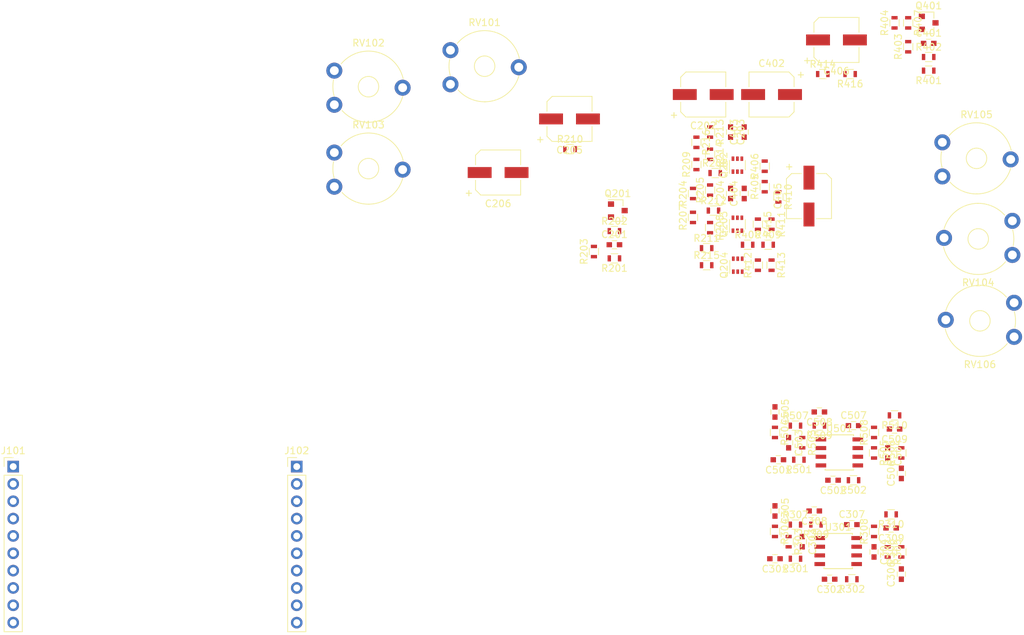
<source format=kicad_pcb>
(kicad_pcb (version 20171130) (host pcbnew "(5.1.6)-1")
  (layers (0 F.Cu signal) (31 B.Cu signal) (34 B.Paste user) (35 F.Paste user) (36 B.SilkS user) (37 F.SilkS user) (38 B.Mask user) (39 F.Mask user) (44 Edge.Cuts user))
  (net 0 "")
  (net 1 "Net-(C201-Pad2)")
  (net 2 /fuzz_factory/STARVE_POT_1)
  (net 3 "Net-(C202-Pad1)")
  (net 4 /IN_AUDIO_VCA)
  (net 5 /fuzz_factory/POL_MEAS_2)
  (net 6 /fuzz_factory/POL_MEAS_1)
  (net 7 /GAIN_POT_2)
  (net 8 /GAIN_POT_1)
  (net 9 /fuzz_factory/VOLUME_POT_2)
  (net 10 /OUT_AUDIO)
  (net 11 "Net-(C301-Pad1)")
  (net 12 "Net-(C302-Pad1)")
  (net 13 "Net-(C303-Pad1)")
  (net 14 "Net-(C303-Pad2)")
  (net 15 "Net-(C304-Pad2)")
  (net 16 "Net-(C304-Pad1)")
  (net 17 "Net-(C305-Pad2)")
  (net 18 GNDA)
  (net 19 "Net-(C306-Pad2)")
  (net 20 +9V)
  (net 21 ADC_FF_pol1)
  (net 22 ADC_FF_pol2)
  (net 23 "Net-(C401-Pad2)")
  (net 24 /fuzz_factory_ref/STARVE_POT_1)
  (net 25 /IN_AUDIO_REF)
  (net 26 "Net-(C402-Pad1)")
  (net 27 /fuzz_factory_ref/POL_MEAS_1)
  (net 28 /fuzz_factory_ref/POL_MEAS_2)
  (net 29 /GAIN_POT_REF_2)
  (net 30 /GAIN_POT_REF_1)
  (net 31 /fuzz_factory_ref/VOLUME_POT_2)
  (net 32 /OUT_AUDIO_REF)
  (net 33 "Net-(C501-Pad1)")
  (net 34 "Net-(C502-Pad1)")
  (net 35 "Net-(C503-Pad2)")
  (net 36 "Net-(C503-Pad1)")
  (net 37 "Net-(C504-Pad1)")
  (net 38 "Net-(C504-Pad2)")
  (net 39 /fuzz_factory_ref/ADC_frontend_2/GND)
  (net 40 "Net-(C505-Pad2)")
  (net 41 "Net-(C506-Pad2)")
  (net 42 /fuzz_factory_ref/ADC_frontend_2/VCC)
  (net 43 ADC_REF_pol1)
  (net 44 ADC_REF_pol2)
  (net 45 /DAC_CMD)
  (net 46 /GAIN_POT_3)
  (net 47 /GAIN_POT_REF_3)
  (net 48 /DAC_CMD_REF)
  (net 49 /fuzz_factory/STARVE_POT_2)
  (net 50 "Net-(Q203-Pad6)")
  (net 51 "Net-(Q203-Pad3)")
  (net 52 "Net-(Q204-Pad3)")
  (net 53 "Net-(Q204-Pad6)")
  (net 54 /fuzz_factory_ref/STARVE_POT_2)
  (net 55 /fuzz_factory/GATE_POT_1)
  (net 56 /fuzz_factory/VOLUME_POT_1)
  (net 57 "Net-(R301-Pad1)")
  (net 58 "Net-(R302-Pad1)")
  (net 59 /fuzz_factory_ref/GATE_POT_1)
  (net 60 /fuzz_factory_ref/VOLUME_POT_1)
  (net 61 "Net-(R501-Pad1)")
  (net 62 "Net-(R502-Pad1)")
  (module Capacitors_SMD:C_0603 (layer F.Cu) (at 163 75)
    (fp_text reference C201 (at 0 -1.5) (layer F.SilkS))
    (fp_text value 10n)
    (pad 2 smd rect (at 0.75 0) (size 0.8 0.75) (layers F.Cu F.Paste F.Mask) (net 1 "Net-(C201-Pad2)"))
    (pad 1 smd rect (at -0.75 0) (size 0.8 0.75) (layers F.Cu F.Paste F.Mask) (net 2 /fuzz_factory/STARVE_POT_1))
  )
  (module Capacitors_SMD:CP_Elec_6.3x4.5 (layer F.Cu) (at 176 53)
    (fp_text reference C202 (at 0 4.56) (layer F.SilkS))
    (fp_text value 10u)
    (fp_text user + (at -4.28 2.96) (layer F.SilkS))
    (pad 1 smd rect (at -2.7 0 180) (size 3.5 1.6) (layers F.Cu F.Paste F.Mask) (net 3 "Net-(C202-Pad1)"))
    (pad 2 smd rect (at 2.7 0 180) (size 3.5 1.6) (layers F.Cu F.Paste F.Mask) (net 4 /IN_AUDIO_VCA))
  )
  (module Capacitors_SMD:C_0603 (layer F.Cu) (at 180 58.5 270)
    (fp_text reference C203 (at 0 -1.5 90) (layer F.SilkS))
    (fp_text value 100n)
    (pad 1 smd rect (at -0.75 0 270) (size 0.8 0.75) (layers F.Cu F.Paste F.Mask) (net 4 /IN_AUDIO_VCA))
    (pad 2 smd rect (at 0.75 0 270) (size 0.8 0.75) (layers F.Cu F.Paste F.Mask) (net 3 "Net-(C202-Pad1)"))
  )
  (module Capacitors_SMD:C_0603 (layer F.Cu) (at 180 67.5 90)
    (fp_text reference C204 (at 0 -1.5 90) (layer F.SilkS))
    (fp_text value 100n)
    (pad 1 smd rect (at -0.75 0 90) (size 0.8 0.75) (layers F.Cu F.Paste F.Mask) (net 5 /fuzz_factory/POL_MEAS_2))
    (pad 2 smd rect (at 0.75 0 90) (size 0.8 0.75) (layers F.Cu F.Paste F.Mask) (net 6 /fuzz_factory/POL_MEAS_1))
  )
  (module Capacitors_SMD:CP_Elec_6.3x4.5 (layer F.Cu) (at 156.425001 56.575001)
    (fp_text reference C205 (at 0 4.56) (layer F.SilkS))
    (fp_text value 10u)
    (fp_text user + (at -4.28 2.96) (layer F.SilkS))
    (pad 2 smd rect (at 2.7 0 180) (size 3.5 1.6) (layers F.Cu F.Paste F.Mask) (net 7 /GAIN_POT_2))
    (pad 1 smd rect (at -2.7 0 180) (size 3.5 1.6) (layers F.Cu F.Paste F.Mask) (net 8 /GAIN_POT_1))
  )
  (module Capacitors_SMD:CP_Elec_6.3x4.5 (layer F.Cu) (at 145.975001 64.425001)
    (fp_text reference C206 (at 0 4.56) (layer F.SilkS))
    (fp_text value 10u)
    (fp_text user + (at -4.28 2.96) (layer F.SilkS))
    (pad 1 smd rect (at -2.7 0 180) (size 3.5 1.6) (layers F.Cu F.Paste F.Mask) (net 9 /fuzz_factory/VOLUME_POT_2))
    (pad 2 smd rect (at 2.7 0 180) (size 3.5 1.6) (layers F.Cu F.Paste F.Mask) (net 10 /OUT_AUDIO))
  )
  (module Capacitors_SMD:C_0603 (layer F.Cu) (at 186.5 121 180)
    (fp_text reference C301 (at 0 -1.5) (layer F.SilkS))
    (fp_text value 100n)
    (pad 1 smd rect (at -0.75 0 180) (size 0.8 0.75) (layers F.Cu F.Paste F.Mask) (net 11 "Net-(C301-Pad1)"))
    (pad 2 smd rect (at 0.75 0 180) (size 0.8 0.75) (layers F.Cu F.Paste F.Mask) (net 6 /fuzz_factory/POL_MEAS_1))
  )
  (module Capacitors_SMD:C_0603 (layer F.Cu) (at 194.5 124 180)
    (fp_text reference C302 (at 0 -1.5) (layer F.SilkS))
    (fp_text value 100n)
    (pad 2 smd rect (at 0.75 0 180) (size 0.8 0.75) (layers F.Cu F.Paste F.Mask) (net 5 /fuzz_factory/POL_MEAS_2))
    (pad 1 smd rect (at -0.75 0 180) (size 0.8 0.75) (layers F.Cu F.Paste F.Mask) (net 12 "Net-(C302-Pad1)"))
  )
  (module Capacitors_SMD:C_0603 (layer F.Cu) (at 190.5 118.5 270)
    (fp_text reference C303 (at 0 -1.5 90) (layer F.SilkS))
    (fp_text value 100p)
    (pad 1 smd rect (at -0.75 0 270) (size 0.8 0.75) (layers F.Cu F.Paste F.Mask) (net 13 "Net-(C303-Pad1)"))
    (pad 2 smd rect (at 0.75 0 270) (size 0.8 0.75) (layers F.Cu F.Paste F.Mask) (net 14 "Net-(C303-Pad2)"))
  )
  (module Capacitors_SMD:C_0603 (layer F.Cu) (at 201 120 270)
    (fp_text reference C304 (at 0 -1.5 90) (layer F.SilkS))
    (fp_text value 100p)
    (pad 2 smd rect (at 0.75 0 270) (size 0.8 0.75) (layers F.Cu F.Paste F.Mask) (net 15 "Net-(C304-Pad2)"))
    (pad 1 smd rect (at -0.75 0 270) (size 0.8 0.75) (layers F.Cu F.Paste F.Mask) (net 16 "Net-(C304-Pad1)"))
  )
  (module Capacitors_SMD:C_0603 (layer F.Cu) (at 186.5 114 270)
    (fp_text reference C305 (at 0 -1.5 90) (layer F.SilkS))
    (fp_text value 100n)
    (pad 2 smd rect (at 0.75 0 270) (size 0.8 0.75) (layers F.Cu F.Paste F.Mask) (net 17 "Net-(C305-Pad2)"))
    (pad 1 smd rect (at -0.75 0 270) (size 0.8 0.75) (layers F.Cu F.Paste F.Mask) (net 18 GNDA))
  )
  (module Capacitors_SMD:C_0603 (layer F.Cu) (at 205 123.25 90)
    (fp_text reference C306 (at 0 -1.5 90) (layer F.SilkS))
    (fp_text value 100n)
    (pad 1 smd rect (at -0.75 0 90) (size 0.8 0.75) (layers F.Cu F.Paste F.Mask) (net 18 GNDA))
    (pad 2 smd rect (at 0.75 0 90) (size 0.8 0.75) (layers F.Cu F.Paste F.Mask) (net 19 "Net-(C306-Pad2)"))
  )
  (module Capacitors_SMD:C_0603 (layer F.Cu) (at 197.75 116)
    (fp_text reference C307 (at 0 -1.5) (layer F.SilkS))
    (fp_text value 100n)
    (pad 2 smd rect (at 0.75 0) (size 0.8 0.75) (layers F.Cu F.Paste F.Mask) (net 20 +9V))
    (pad 1 smd rect (at -0.75 0) (size 0.8 0.75) (layers F.Cu F.Paste F.Mask) (net 18 GNDA))
  )
  (module Capacitors_SMD:C_0603 (layer F.Cu) (at 192.25 114 180)
    (fp_text reference C308 (at 0 -1.5) (layer F.SilkS))
    (fp_text value 10n)
    (pad 1 smd rect (at -0.75 0 180) (size 0.8 0.75) (layers F.Cu F.Paste F.Mask) (net 18 GNDA))
    (pad 2 smd rect (at 0.75 0 180) (size 0.8 0.75) (layers F.Cu F.Paste F.Mask) (net 21 ADC_FF_pol1))
  )
  (module Capacitors_SMD:C_0603 (layer F.Cu) (at 203.5 116.5 180)
    (fp_text reference C309 (at 0 -1.5) (layer F.SilkS))
    (fp_text value 10n)
    (pad 1 smd rect (at -0.75 0 180) (size 0.8 0.75) (layers F.Cu F.Paste F.Mask) (net 18 GNDA))
    (pad 2 smd rect (at 0.75 0 180) (size 0.8 0.75) (layers F.Cu F.Paste F.Mask) (net 22 ADC_FF_pol2))
  )
  (module Capacitors_SMD:C_0603 (layer F.Cu) (at 209 45.5)
    (fp_text reference C401 (at 0 -1.5) (layer F.SilkS))
    (fp_text value 10n)
    (pad 2 smd rect (at 0.75 0) (size 0.8 0.75) (layers F.Cu F.Paste F.Mask) (net 23 "Net-(C401-Pad2)"))
    (pad 1 smd rect (at -0.75 0) (size 0.8 0.75) (layers F.Cu F.Paste F.Mask) (net 24 /fuzz_factory_ref/STARVE_POT_1))
  )
  (module Capacitors_SMD:CP_Elec_6.3x4.5 (layer F.Cu) (at 186 53 180)
    (fp_text reference C402 (at 0 4.56) (layer F.SilkS))
    (fp_text value 10u)
    (fp_text user + (at -4.28 2.96) (layer F.SilkS))
    (pad 2 smd rect (at 2.7 0) (size 3.5 1.6) (layers F.Cu F.Paste F.Mask) (net 25 /IN_AUDIO_REF))
    (pad 1 smd rect (at -2.7 0) (size 3.5 1.6) (layers F.Cu F.Paste F.Mask) (net 26 "Net-(C402-Pad1)"))
  )
  (module Capacitors_SMD:C_0603 (layer F.Cu) (at 182 58.5 90)
    (fp_text reference C403 (at 0 -1.5 90) (layer F.SilkS))
    (fp_text value 100n)
    (pad 2 smd rect (at 0.75 0 90) (size 0.8 0.75) (layers F.Cu F.Paste F.Mask) (net 26 "Net-(C402-Pad1)"))
    (pad 1 smd rect (at -0.75 0 90) (size 0.8 0.75) (layers F.Cu F.Paste F.Mask) (net 25 /IN_AUDIO_REF))
  )
  (module Capacitors_SMD:C_0603 (layer F.Cu) (at 182 67.5 90)
    (fp_text reference C404 (at 0 -1.5 90) (layer F.SilkS))
    (fp_text value 100n)
    (pad 2 smd rect (at 0.75 0 90) (size 0.8 0.75) (layers F.Cu F.Paste F.Mask) (net 27 /fuzz_factory_ref/POL_MEAS_1))
    (pad 1 smd rect (at -0.75 0 90) (size 0.8 0.75) (layers F.Cu F.Paste F.Mask) (net 28 /fuzz_factory_ref/POL_MEAS_2))
  )
  (module Capacitors_SMD:CP_Elec_6.3x4.5 (layer F.Cu) (at 191.474999 67.875001 270)
    (fp_text reference C405 (at 0 4.56 90) (layer F.SilkS))
    (fp_text value 10u)
    (fp_text user + (at -4.28 2.96 90) (layer F.SilkS))
    (pad 2 smd rect (at 2.7 0 90) (size 3.5 1.6) (layers F.Cu F.Paste F.Mask) (net 29 /GAIN_POT_REF_2))
    (pad 1 smd rect (at -2.7 0 90) (size 3.5 1.6) (layers F.Cu F.Paste F.Mask) (net 30 /GAIN_POT_REF_1))
  )
  (module Capacitors_SMD:CP_Elec_6.3x4.5 (layer F.Cu) (at 195.5 45)
    (fp_text reference C406 (at 0 4.56) (layer F.SilkS))
    (fp_text value 10u)
    (fp_text user + (at -4.28 2.96) (layer F.SilkS))
    (pad 1 smd rect (at -2.7 0 180) (size 3.5 1.6) (layers F.Cu F.Paste F.Mask) (net 31 /fuzz_factory_ref/VOLUME_POT_2))
    (pad 2 smd rect (at 2.7 0 180) (size 3.5 1.6) (layers F.Cu F.Paste F.Mask) (net 32 /OUT_AUDIO_REF))
  )
  (module Capacitors_SMD:C_0603 (layer F.Cu) (at 187 106.5 180)
    (fp_text reference C501 (at 0 -1.5) (layer F.SilkS))
    (fp_text value 100n)
    (pad 1 smd rect (at -0.75 0 180) (size 0.8 0.75) (layers F.Cu F.Paste F.Mask) (net 33 "Net-(C501-Pad1)"))
    (pad 2 smd rect (at 0.75 0 180) (size 0.8 0.75) (layers F.Cu F.Paste F.Mask) (net 27 /fuzz_factory_ref/POL_MEAS_1))
  )
  (module Capacitors_SMD:C_0603 (layer F.Cu) (at 195 109.5 180)
    (fp_text reference C502 (at 0 -1.5) (layer F.SilkS))
    (fp_text value 100n)
    (pad 2 smd rect (at 0.75 0 180) (size 0.8 0.75) (layers F.Cu F.Paste F.Mask) (net 28 /fuzz_factory_ref/POL_MEAS_2))
    (pad 1 smd rect (at -0.75 0 180) (size 0.8 0.75) (layers F.Cu F.Paste F.Mask) (net 34 "Net-(C502-Pad1)"))
  )
  (module Capacitors_SMD:C_0603 (layer F.Cu) (at 188.5 104 270)
    (fp_text reference C503 (at 0 -1.5 90) (layer F.SilkS))
    (fp_text value 100p)
    (pad 2 smd rect (at 0.75 0 270) (size 0.8 0.75) (layers F.Cu F.Paste F.Mask) (net 35 "Net-(C503-Pad2)"))
    (pad 1 smd rect (at -0.75 0 270) (size 0.8 0.75) (layers F.Cu F.Paste F.Mask) (net 36 "Net-(C503-Pad1)"))
  )
  (module Capacitors_SMD:C_0603 (layer F.Cu) (at 203 105.5 270)
    (fp_text reference C504 (at 0 -1.5 90) (layer F.SilkS))
    (fp_text value 100p)
    (pad 1 smd rect (at -0.75 0 270) (size 0.8 0.75) (layers F.Cu F.Paste F.Mask) (net 37 "Net-(C504-Pad1)"))
    (pad 2 smd rect (at 0.75 0 270) (size 0.8 0.75) (layers F.Cu F.Paste F.Mask) (net 38 "Net-(C504-Pad2)"))
  )
  (module Capacitors_SMD:C_0603 (layer F.Cu) (at 186.5 99.5 270)
    (fp_text reference C505 (at 0 -1.5 90) (layer F.SilkS))
    (fp_text value 100n)
    (pad 1 smd rect (at -0.75 0 270) (size 0.8 0.75) (layers F.Cu F.Paste F.Mask) (net 39 /fuzz_factory_ref/ADC_frontend_2/GND))
    (pad 2 smd rect (at 0.75 0 270) (size 0.8 0.75) (layers F.Cu F.Paste F.Mask) (net 40 "Net-(C505-Pad2)"))
  )
  (module Capacitors_SMD:C_0603 (layer F.Cu) (at 205 108.5 90)
    (fp_text reference C506 (at 0 -1.5 90) (layer F.SilkS))
    (fp_text value 100n)
    (pad 2 smd rect (at 0.75 0 90) (size 0.8 0.75) (layers F.Cu F.Paste F.Mask) (net 41 "Net-(C506-Pad2)"))
    (pad 1 smd rect (at -0.75 0 90) (size 0.8 0.75) (layers F.Cu F.Paste F.Mask) (net 39 /fuzz_factory_ref/ADC_frontend_2/GND))
  )
  (module Capacitors_SMD:C_0603 (layer F.Cu) (at 198 101.5)
    (fp_text reference C507 (at 0 -1.5) (layer F.SilkS))
    (fp_text value 100n)
    (pad 1 smd rect (at -0.75 0) (size 0.8 0.75) (layers F.Cu F.Paste F.Mask) (net 39 /fuzz_factory_ref/ADC_frontend_2/GND))
    (pad 2 smd rect (at 0.75 0) (size 0.8 0.75) (layers F.Cu F.Paste F.Mask) (net 42 /fuzz_factory_ref/ADC_frontend_2/VCC))
  )
  (module Capacitors_SMD:C_0603 (layer F.Cu) (at 193 99.5 180)
    (fp_text reference C508 (at 0 -1.5) (layer F.SilkS))
    (fp_text value 10n)
    (pad 1 smd rect (at -0.75 0 180) (size 0.8 0.75) (layers F.Cu F.Paste F.Mask) (net 39 /fuzz_factory_ref/ADC_frontend_2/GND))
    (pad 2 smd rect (at 0.75 0 180) (size 0.8 0.75) (layers F.Cu F.Paste F.Mask) (net 43 ADC_REF_pol1))
  )
  (module Capacitors_SMD:C_0603 (layer F.Cu) (at 204 102 180)
    (fp_text reference C509 (at 0 -1.5) (layer F.SilkS))
    (fp_text value 10n)
    (pad 2 smd rect (at 0.75 0 180) (size 0.8 0.75) (layers F.Cu F.Paste F.Mask) (net 44 ADC_REF_pol2))
    (pad 1 smd rect (at -0.75 0 180) (size 0.8 0.75) (layers F.Cu F.Paste F.Mask) (net 39 /fuzz_factory_ref/ADC_frontend_2/GND))
  )
  (module Pin_Headers:Pin_Header_Straight_1x10_Pitch2.54mm (layer F.Cu) (at 75 107.5)
    (fp_text reference J101 (at 0 -2.33) (layer F.SilkS))
    (fp_text value Conn_01x10_Male)
    (pad 1 thru_hole rect (at 0 0) (size 1.7 1.7) (drill 1) (layers *.Cu *.Mask) (net 20 +9V))
    (pad 2 thru_hole oval (at 0 2.54) (size 1.7 1.7) (drill 1) (layers *.Cu *.Mask) (net 4 /IN_AUDIO_VCA))
    (pad 3 thru_hole oval (at 0 5.08) (size 1.7 1.7) (drill 1) (layers *.Cu *.Mask) (net 10 /OUT_AUDIO))
    (pad 4 thru_hole oval (at 0 7.62) (size 1.7 1.7) (drill 1) (layers *.Cu *.Mask) (net 45 /DAC_CMD))
    (pad 5 thru_hole oval (at 0 10.16) (size 1.7 1.7) (drill 1) (layers *.Cu *.Mask) (net 18 GNDA))
    (pad 6 thru_hole oval (at 0 12.7) (size 1.7 1.7) (drill 1) (layers *.Cu *.Mask) (net 8 /GAIN_POT_1))
    (pad 7 thru_hole oval (at 0 15.24) (size 1.7 1.7) (drill 1) (layers *.Cu *.Mask) (net 7 /GAIN_POT_2))
    (pad 8 thru_hole oval (at 0 17.78) (size 1.7 1.7) (drill 1) (layers *.Cu *.Mask) (net 46 /GAIN_POT_3))
    (pad 9 thru_hole oval (at 0 20.32) (size 1.7 1.7) (drill 1) (layers *.Cu *.Mask) (net 21 ADC_FF_pol1))
    (pad 10 thru_hole oval (at 0 22.86) (size 1.7 1.7) (drill 1) (layers *.Cu *.Mask) (net 22 ADC_FF_pol2))
  )
  (module Pin_Headers:Pin_Header_Straight_1x10_Pitch2.54mm (layer F.Cu) (at 116.5 107.5)
    (fp_text reference J102 (at 0 -2.33) (layer F.SilkS))
    (fp_text value Conn_01x10_Male)
    (pad 10 thru_hole oval (at 0 22.86) (size 1.7 1.7) (drill 1) (layers *.Cu *.Mask) (net 44 ADC_REF_pol2))
    (pad 9 thru_hole oval (at 0 20.32) (size 1.7 1.7) (drill 1) (layers *.Cu *.Mask) (net 43 ADC_REF_pol1))
    (pad 8 thru_hole oval (at 0 17.78) (size 1.7 1.7) (drill 1) (layers *.Cu *.Mask) (net 47 /GAIN_POT_REF_3))
    (pad 7 thru_hole oval (at 0 15.24) (size 1.7 1.7) (drill 1) (layers *.Cu *.Mask) (net 29 /GAIN_POT_REF_2))
    (pad 6 thru_hole oval (at 0 12.7) (size 1.7 1.7) (drill 1) (layers *.Cu *.Mask) (net 30 /GAIN_POT_REF_1))
    (pad 5 thru_hole oval (at 0 10.16) (size 1.7 1.7) (drill 1) (layers *.Cu *.Mask) (net 18 GNDA))
    (pad 4 thru_hole oval (at 0 7.62) (size 1.7 1.7) (drill 1) (layers *.Cu *.Mask) (net 48 /DAC_CMD_REF))
    (pad 3 thru_hole oval (at 0 5.08) (size 1.7 1.7) (drill 1) (layers *.Cu *.Mask) (net 32 /OUT_AUDIO_REF))
    (pad 2 thru_hole oval (at 0 2.54) (size 1.7 1.7) (drill 1) (layers *.Cu *.Mask) (net 25 /IN_AUDIO_REF))
    (pad 1 thru_hole rect (at 0 0) (size 1.7 1.7) (drill 1) (layers *.Cu *.Mask) (net 20 +9V))
  )
  (module TO_SOT_Packages_SMD:SOT-23 (layer F.Cu) (at 163.5 70)
    (fp_text reference Q201 (at 0 -2.5) (layer F.SilkS))
    (fp_text value Q_NJFET_DSG)
    (pad 1 smd rect (at -1 -0.95) (size 0.9 0.8) (layers F.Cu F.Paste F.Mask) (net 2 /fuzz_factory/STARVE_POT_1))
    (pad 2 smd rect (at -1 0.95) (size 0.9 0.8) (layers F.Cu F.Paste F.Mask) (net 49 /fuzz_factory/STARVE_POT_2))
    (pad 3 smd rect (at 1 0) (size 0.9 0.8) (layers F.Cu F.Paste F.Mask) (net 1 "Net-(C201-Pad2)"))
  )
  (module TO_SOT_Packages_SMD:SOT-363_SC-70-6 (layer F.Cu) (at 181 63.35 90)
    (fp_text reference Q202 (at 0 -2 90) (layer F.SilkS))
    (fp_text value DMMT3904W)
    (pad 6 smd rect (at 0.95 -0.65 90) (size 0.65 0.4) (layers F.Cu F.Paste F.Mask) (net 6 /fuzz_factory/POL_MEAS_1))
    (pad 4 smd rect (at 0.95 0.65 90) (size 0.65 0.4) (layers F.Cu F.Paste F.Mask) (net 18 GNDA))
    (pad 2 smd rect (at -0.95 0 90) (size 0.65 0.4) (layers F.Cu F.Paste F.Mask) (net 3 "Net-(C202-Pad1)"))
    (pad 5 smd rect (at 0.95 0 90) (size 0.65 0.4) (layers F.Cu F.Paste F.Mask) (net 26 "Net-(C402-Pad1)"))
    (pad 3 smd rect (at -0.95 0.65 90) (size 0.65 0.4) (layers F.Cu F.Paste F.Mask) (net 27 /fuzz_factory_ref/POL_MEAS_1))
    (pad 1 smd rect (at -0.95 -0.65 90) (size 0.65 0.4) (layers F.Cu F.Paste F.Mask) (net 18 GNDA))
  )
  (module TO_SOT_Packages_SMD:SOT-363_SC-70-6 (layer F.Cu) (at 181 72 90)
    (fp_text reference Q203 (at 0 -2 90) (layer F.SilkS))
    (fp_text value DMMT3906W)
    (pad 6 smd rect (at 0.95 -0.65 90) (size 0.65 0.4) (layers F.Cu F.Paste F.Mask) (net 50 "Net-(Q203-Pad6)"))
    (pad 4 smd rect (at 0.95 0.65 90) (size 0.65 0.4) (layers F.Cu F.Paste F.Mask) (net 30 /GAIN_POT_REF_1))
    (pad 2 smd rect (at -0.95 0 90) (size 0.65 0.4) (layers F.Cu F.Paste F.Mask) (net 5 /fuzz_factory/POL_MEAS_2))
    (pad 5 smd rect (at 0.95 0 90) (size 0.65 0.4) (layers F.Cu F.Paste F.Mask) (net 28 /fuzz_factory_ref/POL_MEAS_2))
    (pad 3 smd rect (at -0.95 0.65 90) (size 0.65 0.4) (layers F.Cu F.Paste F.Mask) (net 51 "Net-(Q203-Pad3)"))
    (pad 1 smd rect (at -0.95 -0.65 90) (size 0.65 0.4) (layers F.Cu F.Paste F.Mask) (net 8 /GAIN_POT_1))
  )
  (module TO_SOT_Packages_SMD:SOT-363_SC-70-6 (layer F.Cu) (at 181.05 78 90)
    (fp_text reference Q204 (at 0 -2 90) (layer F.SilkS))
    (fp_text value DMMT3906W)
    (pad 1 smd rect (at -0.95 -0.65 90) (size 0.65 0.4) (layers F.Cu F.Paste F.Mask) (net 46 /GAIN_POT_3))
    (pad 3 smd rect (at -0.95 0.65 90) (size 0.65 0.4) (layers F.Cu F.Paste F.Mask) (net 52 "Net-(Q204-Pad3)"))
    (pad 5 smd rect (at 0.95 0 90) (size 0.65 0.4) (layers F.Cu F.Paste F.Mask) (net 51 "Net-(Q203-Pad3)"))
    (pad 2 smd rect (at -0.95 0 90) (size 0.65 0.4) (layers F.Cu F.Paste F.Mask) (net 50 "Net-(Q203-Pad6)"))
    (pad 4 smd rect (at 0.95 0.65 90) (size 0.65 0.4) (layers F.Cu F.Paste F.Mask) (net 47 /GAIN_POT_REF_3))
    (pad 6 smd rect (at 0.95 -0.65 90) (size 0.65 0.4) (layers F.Cu F.Paste F.Mask) (net 53 "Net-(Q204-Pad6)"))
  )
  (module TO_SOT_Packages_SMD:SOT-23 (layer F.Cu) (at 209 42.5)
    (fp_text reference Q401 (at 0 -2.5) (layer F.SilkS))
    (fp_text value Q_NJFET_DSG)
    (pad 3 smd rect (at 1 0) (size 0.9 0.8) (layers F.Cu F.Paste F.Mask) (net 23 "Net-(C401-Pad2)"))
    (pad 2 smd rect (at -1 0.95) (size 0.9 0.8) (layers F.Cu F.Paste F.Mask) (net 54 /fuzz_factory_ref/STARVE_POT_2))
    (pad 1 smd rect (at -1 -0.95) (size 0.9 0.8) (layers F.Cu F.Paste F.Mask) (net 24 /fuzz_factory_ref/STARVE_POT_1))
  )
  (module Resistors_SMD:R_0603 (layer F.Cu) (at 163 77 180)
    (fp_text reference R201 (at 0 -1.45) (layer F.SilkS))
    (fp_text value 1k)
    (pad 2 smd rect (at 0.75 0 180) (size 0.5 0.9) (layers F.Cu F.Paste F.Mask) (net 45 /DAC_CMD))
    (pad 1 smd rect (at -0.75 0 180) (size 0.5 0.9) (layers F.Cu F.Paste F.Mask) (net 1 "Net-(C201-Pad2)"))
  )
  (module Resistors_SMD:R_0603 (layer F.Cu) (at 163 73)
    (fp_text reference R202 (at 0 -1.45) (layer F.SilkS))
    (fp_text value 51k)
    (pad 1 smd rect (at -0.75 0) (size 0.5 0.9) (layers F.Cu F.Paste F.Mask) (net 2 /fuzz_factory/STARVE_POT_1))
    (pad 2 smd rect (at 0.75 0) (size 0.5 0.9) (layers F.Cu F.Paste F.Mask) (net 1 "Net-(C201-Pad2)"))
  )
  (module Resistors_SMD:R_0603 (layer F.Cu) (at 160 76 90)
    (fp_text reference R203 (at 0 -1.45 90) (layer F.SilkS))
    (fp_text value 0)
    (pad 1 smd rect (at -0.75 0 90) (size 0.5 0.9) (layers F.Cu F.Paste F.Mask) (net 20 +9V))
    (pad 2 smd rect (at 0.75 0 90) (size 0.5 0.9) (layers F.Cu F.Paste F.Mask) (net 2 /fuzz_factory/STARVE_POT_1))
  )
  (module Resistors_SMD:R_0603 (layer F.Cu) (at 174.5 67.5 90)
    (fp_text reference R204 (at 0 -1.45 90) (layer F.SilkS))
    (fp_text value 0)
    (pad 2 smd rect (at 0.75 0 90) (size 0.5 0.9) (layers F.Cu F.Paste F.Mask) (net 8 /GAIN_POT_1))
    (pad 1 smd rect (at -0.75 0 90) (size 0.5 0.9) (layers F.Cu F.Paste F.Mask) (net 49 /fuzz_factory/STARVE_POT_2))
  )
  (module Resistors_SMD:R_0603 (layer F.Cu) (at 177 67 90)
    (fp_text reference R205 (at 0 -1.45 90) (layer F.SilkS))
    (fp_text value 10k)
    (pad 1 smd rect (at -0.75 0 90) (size 0.5 0.9) (layers F.Cu F.Paste F.Mask) (net 8 /GAIN_POT_1))
    (pad 2 smd rect (at 0.75 0 90) (size 0.5 0.9) (layers F.Cu F.Paste F.Mask) (net 6 /fuzz_factory/POL_MEAS_1))
  )
  (module Resistors_SMD:R_0603 (layer F.Cu) (at 177.75 64.5)
    (fp_text reference R206 (at 0 -1.45) (layer F.SilkS))
    (fp_text value 220k)
    (pad 2 smd rect (at 0.75 0) (size 0.5 0.9) (layers F.Cu F.Paste F.Mask) (net 3 "Net-(C202-Pad1)"))
    (pad 1 smd rect (at -0.75 0) (size 0.5 0.9) (layers F.Cu F.Paste F.Mask) (net 6 /fuzz_factory/POL_MEAS_1))
  )
  (module Resistors_SMD:R_0603 (layer F.Cu) (at 174.5 71 90)
    (fp_text reference R207 (at 0 -1.45 90) (layer F.SilkS))
    (fp_text value 4k7)
    (pad 1 smd rect (at -0.75 0 90) (size 0.5 0.9) (layers F.Cu F.Paste F.Mask) (net 2 /fuzz_factory/STARVE_POT_1))
    (pad 2 smd rect (at 0.75 0 90) (size 0.5 0.9) (layers F.Cu F.Paste F.Mask) (net 49 /fuzz_factory/STARVE_POT_2))
  )
  (module Resistors_SMD:R_0603 (layer F.Cu) (at 177 72.5 270)
    (fp_text reference R208 (at 0 -1.45 90) (layer F.SilkS))
    (fp_text value 470)
    (pad 2 smd rect (at 0.75 0 270) (size 0.5 0.9) (layers F.Cu F.Paste F.Mask) (net 55 /fuzz_factory/GATE_POT_1))
    (pad 1 smd rect (at -0.75 0 270) (size 0.5 0.9) (layers F.Cu F.Paste F.Mask) (net 50 "Net-(Q203-Pad6)"))
  )
  (module Resistors_SMD:R_0603 (layer F.Cu) (at 175 63.25 90)
    (fp_text reference R209 (at 0 -1.45 90) (layer F.SilkS))
    (fp_text value 10k)
    (pad 1 smd rect (at -0.75 0 90) (size 0.5 0.9) (layers F.Cu F.Paste F.Mask) (net 55 /fuzz_factory/GATE_POT_1))
    (pad 2 smd rect (at 0.75 0 90) (size 0.5 0.9) (layers F.Cu F.Paste F.Mask) (net 18 GNDA))
  )
  (module Resistors_SMD:R_0603 (layer F.Cu) (at 156.5 61)
    (fp_text reference R210 (at 0 -1.45) (layer F.SilkS))
    (fp_text value 10k)
    (pad 2 smd rect (at 0.75 0) (size 0.5 0.9) (layers F.Cu F.Paste F.Mask) (net 7 /GAIN_POT_2))
    (pad 1 smd rect (at -0.75 0) (size 0.5 0.9) (layers F.Cu F.Paste F.Mask) (net 8 /GAIN_POT_1))
  )
  (module Resistors_SMD:R_0603 (layer F.Cu) (at 176.5 75.5)
    (fp_text reference R211 (at 0 -1.45) (layer F.SilkS))
    (fp_text value 10k)
    (pad 1 smd rect (at -0.75 0) (size 0.5 0.9) (layers F.Cu F.Paste F.Mask) (net 7 /GAIN_POT_2))
    (pad 2 smd rect (at 0.75 0) (size 0.5 0.9) (layers F.Cu F.Paste F.Mask) (net 46 /GAIN_POT_3))
  )
  (module Resistors_SMD:R_0603 (layer F.Cu) (at 177.5 70)
    (fp_text reference R212 (at 0 -1.45) (layer F.SilkS))
    (fp_text value 5k1)
    (pad 1 smd rect (at -0.75 0) (size 0.5 0.9) (layers F.Cu F.Paste F.Mask) (net 53 "Net-(Q204-Pad6)"))
    (pad 2 smd rect (at 0.75 0) (size 0.5 0.9) (layers F.Cu F.Paste F.Mask) (net 56 /fuzz_factory/VOLUME_POT_1))
  )
  (module Resistors_SMD:R_0603 (layer F.Cu) (at 177 58.5 270)
    (fp_text reference R213 (at 0 -1.45 90) (layer F.SilkS))
    (fp_text value 4k7)
    (pad 2 smd rect (at 0.75 0 270) (size 0.5 0.9) (layers F.Cu F.Paste F.Mask) (net 9 /fuzz_factory/VOLUME_POT_2))
    (pad 1 smd rect (at -0.75 0 270) (size 0.5 0.9) (layers F.Cu F.Paste F.Mask) (net 56 /fuzz_factory/VOLUME_POT_1))
  )
  (module Resistors_SMD:R_0603 (layer F.Cu) (at 177 61.75 270)
    (fp_text reference R214 (at 0 -1.45 90) (layer F.SilkS))
    (fp_text value 4k7)
    (pad 1 smd rect (at -0.75 0 270) (size 0.5 0.9) (layers F.Cu F.Paste F.Mask) (net 9 /fuzz_factory/VOLUME_POT_2))
    (pad 2 smd rect (at 0.75 0 270) (size 0.5 0.9) (layers F.Cu F.Paste F.Mask) (net 18 GNDA))
  )
  (module Resistors_SMD:R_0603 (layer F.Cu) (at 176.5 78)
    (fp_text reference R215 (at 0 -1.45) (layer F.SilkS))
    (fp_text value 10k)
    (pad 2 smd rect (at 0.75 0) (size 0.5 0.9) (layers F.Cu F.Paste F.Mask) (net 46 /GAIN_POT_3))
    (pad 1 smd rect (at -0.75 0) (size 0.5 0.9) (layers F.Cu F.Paste F.Mask) (net 8 /GAIN_POT_1))
  )
  (module Resistors_SMD:R_0603 (layer F.Cu) (at 175 60 270)
    (fp_text reference R216 (at 0 -1.45 90) (layer F.SilkS))
    (fp_text value 220k)
    (pad 1 smd rect (at -0.75 0 270) (size 0.5 0.9) (layers F.Cu F.Paste F.Mask) (net 10 /OUT_AUDIO))
    (pad 2 smd rect (at 0.75 0 270) (size 0.5 0.9) (layers F.Cu F.Paste F.Mask) (net 18 GNDA))
  )
  (module Resistors_SMD:R_0603 (layer F.Cu) (at 189.5 121 180)
    (fp_text reference R301 (at 0 -1.45) (layer F.SilkS))
    (fp_text value 1k)
    (pad 1 smd rect (at -0.75 0 180) (size 0.5 0.9) (layers F.Cu F.Paste F.Mask) (net 57 "Net-(R301-Pad1)"))
    (pad 2 smd rect (at 0.75 0 180) (size 0.5 0.9) (layers F.Cu F.Paste F.Mask) (net 11 "Net-(C301-Pad1)"))
  )
  (module Resistors_SMD:R_0603 (layer F.Cu) (at 197.75 124 180)
    (fp_text reference R302 (at 0 -1.45) (layer F.SilkS))
    (fp_text value 1k)
    (pad 2 smd rect (at 0.75 0 180) (size 0.5 0.9) (layers F.Cu F.Paste F.Mask) (net 12 "Net-(C302-Pad1)"))
    (pad 1 smd rect (at -0.75 0 180) (size 0.5 0.9) (layers F.Cu F.Paste F.Mask) (net 58 "Net-(R302-Pad1)"))
  )
  (module Resistors_SMD:R_0603 (layer F.Cu) (at 188.5 118.5 270)
    (fp_text reference R303 (at 0 -1.45 90) (layer F.SilkS))
    (fp_text value 0)
    (pad 2 smd rect (at 0.75 0 270) (size 0.5 0.9) (layers F.Cu F.Paste F.Mask) (net 14 "Net-(C303-Pad2)"))
    (pad 1 smd rect (at -0.75 0 270) (size 0.5 0.9) (layers F.Cu F.Paste F.Mask) (net 13 "Net-(C303-Pad1)"))
  )
  (module Resistors_SMD:R_0603 (layer F.Cu) (at 186.5 117 270)
    (fp_text reference R304 (at 0 -1.45 90) (layer F.SilkS))
    (fp_text value 10k)
    (pad 1 smd rect (at -0.75 0 270) (size 0.5 0.9) (layers F.Cu F.Paste F.Mask) (net 17 "Net-(C305-Pad2)"))
    (pad 2 smd rect (at 0.75 0 270) (size 0.5 0.9) (layers F.Cu F.Paste F.Mask) (net 13 "Net-(C303-Pad1)"))
  )
  (module Resistors_SMD:R_0603 (layer F.Cu) (at 203 120 270)
    (fp_text reference R305 (at 0 -1.45 90) (layer F.SilkS))
    (fp_text value 0)
    (pad 2 smd rect (at 0.75 0 270) (size 0.5 0.9) (layers F.Cu F.Paste F.Mask) (net 15 "Net-(C304-Pad2)"))
    (pad 1 smd rect (at -0.75 0 270) (size 0.5 0.9) (layers F.Cu F.Paste F.Mask) (net 16 "Net-(C304-Pad1)"))
  )
  (module Resistors_SMD:R_0603 (layer F.Cu) (at 205 120 90)
    (fp_text reference R306 (at 0 -1.45 90) (layer F.SilkS))
    (fp_text value 10k)
    (pad 1 smd rect (at -0.75 0 90) (size 0.5 0.9) (layers F.Cu F.Paste F.Mask) (net 19 "Net-(C306-Pad2)"))
    (pad 2 smd rect (at 0.75 0 90) (size 0.5 0.9) (layers F.Cu F.Paste F.Mask) (net 16 "Net-(C304-Pad1)"))
  )
  (module Resistors_SMD:R_0603 (layer F.Cu) (at 189.5 116)
    (fp_text reference R307 (at 0 -1.45) (layer F.SilkS))
    (fp_text value 10k)
    (pad 1 smd rect (at -0.75 0) (size 0.5 0.9) (layers F.Cu F.Paste F.Mask) (net 13 "Net-(C303-Pad1)"))
    (pad 2 smd rect (at 0.75 0) (size 0.5 0.9) (layers F.Cu F.Paste F.Mask) (net 21 ADC_FF_pol1))
  )
  (module Resistors_SMD:R_0603 (layer F.Cu) (at 201 117 90)
    (fp_text reference R308 (at 0 -1.45 90) (layer F.SilkS))
    (fp_text value 10k)
    (pad 1 smd rect (at -0.75 0 90) (size 0.5 0.9) (layers F.Cu F.Paste F.Mask) (net 16 "Net-(C304-Pad1)"))
    (pad 2 smd rect (at 0.75 0 90) (size 0.5 0.9) (layers F.Cu F.Paste F.Mask) (net 22 ADC_FF_pol2))
  )
  (module Resistors_SMD:R_0603 (layer F.Cu) (at 192.5 116 180)
    (fp_text reference R309 (at 0 -1.45) (layer F.SilkS))
    (fp_text value 3k3)
    (pad 2 smd rect (at 0.75 0 180) (size 0.5 0.9) (layers F.Cu F.Paste F.Mask) (net 21 ADC_FF_pol1))
    (pad 1 smd rect (at -0.75 0 180) (size 0.5 0.9) (layers F.Cu F.Paste F.Mask) (net 18 GNDA))
  )
  (module Resistors_SMD:R_0603 (layer F.Cu) (at 203.5 114.5 180)
    (fp_text reference R310 (at 0 -1.45) (layer F.SilkS))
    (fp_text value 3k3)
    (pad 2 smd rect (at 0.75 0 180) (size 0.5 0.9) (layers F.Cu F.Paste F.Mask) (net 22 ADC_FF_pol2))
    (pad 1 smd rect (at -0.75 0 180) (size 0.5 0.9) (layers F.Cu F.Paste F.Mask) (net 18 GNDA))
  )
  (module Resistors_SMD:R_0603 (layer F.Cu) (at 209 49.5 180)
    (fp_text reference R401 (at 0 -1.45) (layer F.SilkS))
    (fp_text value 1k)
    (pad 1 smd rect (at -0.75 0 180) (size 0.5 0.9) (layers F.Cu F.Paste F.Mask) (net 23 "Net-(C401-Pad2)"))
    (pad 2 smd rect (at 0.75 0 180) (size 0.5 0.9) (layers F.Cu F.Paste F.Mask) (net 48 /DAC_CMD_REF))
  )
  (module Resistors_SMD:R_0603 (layer F.Cu) (at 209 47.5)
    (fp_text reference R402 (at 0 -1.45) (layer F.SilkS))
    (fp_text value 51k)
    (pad 2 smd rect (at 0.75 0) (size 0.5 0.9) (layers F.Cu F.Paste F.Mask) (net 23 "Net-(C401-Pad2)"))
    (pad 1 smd rect (at -0.75 0) (size 0.5 0.9) (layers F.Cu F.Paste F.Mask) (net 24 /fuzz_factory_ref/STARVE_POT_1))
  )
  (module Resistors_SMD:R_0603 (layer F.Cu) (at 206 46 90)
    (fp_text reference R403 (at 0 -1.45 90) (layer F.SilkS))
    (fp_text value 0)
    (pad 2 smd rect (at 0.75 0 90) (size 0.5 0.9) (layers F.Cu F.Paste F.Mask) (net 24 /fuzz_factory_ref/STARVE_POT_1))
    (pad 1 smd rect (at -0.75 0 90) (size 0.5 0.9) (layers F.Cu F.Paste F.Mask) (net 20 +9V))
  )
  (module Resistors_SMD:R_0603 (layer F.Cu) (at 204 42.5 90)
    (fp_text reference R404 (at 0 -1.45 90) (layer F.SilkS))
    (fp_text value 0)
    (pad 1 smd rect (at -0.75 0 90) (size 0.5 0.9) (layers F.Cu F.Paste F.Mask) (net 54 /fuzz_factory_ref/STARVE_POT_2))
    (pad 2 smd rect (at 0.75 0 90) (size 0.5 0.9) (layers F.Cu F.Paste F.Mask) (net 30 /GAIN_POT_REF_1))
  )
  (module Resistors_SMD:R_0603 (layer F.Cu) (at 185 66.5 90)
    (fp_text reference R405 (at 0 -1.45 90) (layer F.SilkS))
    (fp_text value 10k)
    (pad 1 smd rect (at -0.75 0 90) (size 0.5 0.9) (layers F.Cu F.Paste F.Mask) (net 30 /GAIN_POT_REF_1))
    (pad 2 smd rect (at 0.75 0 90) (size 0.5 0.9) (layers F.Cu F.Paste F.Mask) (net 27 /fuzz_factory_ref/POL_MEAS_1))
  )
  (module Resistors_SMD:R_0603 (layer F.Cu) (at 185 63.5 90)
    (fp_text reference R406 (at 0 -1.45 90) (layer F.SilkS))
    (fp_text value 220k)
    (pad 2 smd rect (at 0.75 0 90) (size 0.5 0.9) (layers F.Cu F.Paste F.Mask) (net 26 "Net-(C402-Pad1)"))
    (pad 1 smd rect (at -0.75 0 90) (size 0.5 0.9) (layers F.Cu F.Paste F.Mask) (net 27 /fuzz_factory_ref/POL_MEAS_1))
  )
  (module Resistors_SMD:R_0603 (layer F.Cu) (at 206 42.5 270)
    (fp_text reference R407 (at 0 -1.45 90) (layer F.SilkS))
    (fp_text value 4k7)
    (pad 2 smd rect (at 0.75 0 270) (size 0.5 0.9) (layers F.Cu F.Paste F.Mask) (net 54 /fuzz_factory_ref/STARVE_POT_2))
    (pad 1 smd rect (at -0.75 0 270) (size 0.5 0.9) (layers F.Cu F.Paste F.Mask) (net 24 /fuzz_factory_ref/STARVE_POT_1))
  )
  (module Resistors_SMD:R_0603 (layer F.Cu) (at 182.5 75)
    (fp_text reference R408 (at 0 -1.45) (layer F.SilkS))
    (fp_text value 470)
    (pad 2 smd rect (at 0.75 0) (size 0.5 0.9) (layers F.Cu F.Paste F.Mask) (net 59 /fuzz_factory_ref/GATE_POT_1))
    (pad 1 smd rect (at -0.75 0) (size 0.5 0.9) (layers F.Cu F.Paste F.Mask) (net 51 "Net-(Q203-Pad3)"))
  )
  (module Resistors_SMD:R_0603 (layer F.Cu) (at 185.5 75)
    (fp_text reference R409 (at 0 -1.45) (layer F.SilkS))
    (fp_text value 10k)
    (pad 1 smd rect (at -0.75 0) (size 0.5 0.9) (layers F.Cu F.Paste F.Mask) (net 59 /fuzz_factory_ref/GATE_POT_1))
    (pad 2 smd rect (at 0.75 0) (size 0.5 0.9) (layers F.Cu F.Paste F.Mask) (net 18 GNDA))
  )
  (module Resistors_SMD:R_0603 (layer F.Cu) (at 187 68 270)
    (fp_text reference R410 (at 0 -1.45 90) (layer F.SilkS))
    (fp_text value 10k)
    (pad 2 smd rect (at 0.75 0 270) (size 0.5 0.9) (layers F.Cu F.Paste F.Mask) (net 29 /GAIN_POT_REF_2))
    (pad 1 smd rect (at -0.75 0 270) (size 0.5 0.9) (layers F.Cu F.Paste F.Mask) (net 30 /GAIN_POT_REF_1))
  )
  (module Resistors_SMD:R_0603 (layer F.Cu) (at 186 72 270)
    (fp_text reference R411 (at 0 -1.45 90) (layer F.SilkS))
    (fp_text value 10k)
    (pad 1 smd rect (at -0.75 0 270) (size 0.5 0.9) (layers F.Cu F.Paste F.Mask) (net 29 /GAIN_POT_REF_2))
    (pad 2 smd rect (at 0.75 0 270) (size 0.5 0.9) (layers F.Cu F.Paste F.Mask) (net 47 /GAIN_POT_REF_3))
  )
  (module Resistors_SMD:R_0603 (layer F.Cu) (at 184 78 90)
    (fp_text reference R412 (at 0 -1.45 90) (layer F.SilkS))
    (fp_text value 5k1)
    (pad 1 smd rect (at -0.75 0 90) (size 0.5 0.9) (layers F.Cu F.Paste F.Mask) (net 52 "Net-(Q204-Pad3)"))
    (pad 2 smd rect (at 0.75 0 90) (size 0.5 0.9) (layers F.Cu F.Paste F.Mask) (net 60 /fuzz_factory_ref/VOLUME_POT_1))
  )
  (module Resistors_SMD:R_0603 (layer F.Cu) (at 186 78 270)
    (fp_text reference R413 (at 0 -1.45 90) (layer F.SilkS))
    (fp_text value 4k7)
    (pad 2 smd rect (at 0.75 0 270) (size 0.5 0.9) (layers F.Cu F.Paste F.Mask) (net 31 /fuzz_factory_ref/VOLUME_POT_2))
    (pad 1 smd rect (at -0.75 0 270) (size 0.5 0.9) (layers F.Cu F.Paste F.Mask) (net 60 /fuzz_factory_ref/VOLUME_POT_1))
  )
  (module Resistors_SMD:R_0603 (layer F.Cu) (at 193.5 50)
    (fp_text reference R414 (at 0 -1.45) (layer F.SilkS))
    (fp_text value 4k7)
    (pad 2 smd rect (at 0.75 0) (size 0.5 0.9) (layers F.Cu F.Paste F.Mask) (net 18 GNDA))
    (pad 1 smd rect (at -0.75 0) (size 0.5 0.9) (layers F.Cu F.Paste F.Mask) (net 31 /fuzz_factory_ref/VOLUME_POT_2))
  )
  (module Resistors_SMD:R_0603 (layer F.Cu) (at 184 72 270)
    (fp_text reference R415 (at 0 -1.45 90) (layer F.SilkS))
    (fp_text value 10k)
    (pad 1 smd rect (at -0.75 0 270) (size 0.5 0.9) (layers F.Cu F.Paste F.Mask) (net 30 /GAIN_POT_REF_1))
    (pad 2 smd rect (at 0.75 0 270) (size 0.5 0.9) (layers F.Cu F.Paste F.Mask) (net 47 /GAIN_POT_REF_3))
  )
  (module Resistors_SMD:R_0603 (layer F.Cu) (at 197.5 50 180)
    (fp_text reference R416 (at 0 -1.45) (layer F.SilkS))
    (fp_text value 220k)
    (pad 2 smd rect (at 0.75 0 180) (size 0.5 0.9) (layers F.Cu F.Paste F.Mask) (net 18 GNDA))
    (pad 1 smd rect (at -0.75 0 180) (size 0.5 0.9) (layers F.Cu F.Paste F.Mask) (net 32 /OUT_AUDIO_REF))
  )
  (module Resistors_SMD:R_0603 (layer F.Cu) (at 190 106.5 180)
    (fp_text reference R501 (at 0 -1.45) (layer F.SilkS))
    (fp_text value 1k)
    (pad 1 smd rect (at -0.75 0 180) (size 0.5 0.9) (layers F.Cu F.Paste F.Mask) (net 61 "Net-(R501-Pad1)"))
    (pad 2 smd rect (at 0.75 0 180) (size 0.5 0.9) (layers F.Cu F.Paste F.Mask) (net 33 "Net-(C501-Pad1)"))
  )
  (module Resistors_SMD:R_0603 (layer F.Cu) (at 198 109.5 180)
    (fp_text reference R502 (at 0 -1.45) (layer F.SilkS))
    (fp_text value 1k)
    (pad 2 smd rect (at 0.75 0 180) (size 0.5 0.9) (layers F.Cu F.Paste F.Mask) (net 34 "Net-(C502-Pad1)"))
    (pad 1 smd rect (at -0.75 0 180) (size 0.5 0.9) (layers F.Cu F.Paste F.Mask) (net 62 "Net-(R502-Pad1)"))
  )
  (module Resistors_SMD:R_0603 (layer F.Cu) (at 190.5 104 270)
    (fp_text reference R503 (at 0 -1.45 90) (layer F.SilkS))
    (fp_text value 0)
    (pad 2 smd rect (at 0.75 0 270) (size 0.5 0.9) (layers F.Cu F.Paste F.Mask) (net 35 "Net-(C503-Pad2)"))
    (pad 1 smd rect (at -0.75 0 270) (size 0.5 0.9) (layers F.Cu F.Paste F.Mask) (net 36 "Net-(C503-Pad1)"))
  )
  (module Resistors_SMD:R_0603 (layer F.Cu) (at 186.5 102.5 270)
    (fp_text reference R504 (at 0 -1.45 90) (layer F.SilkS))
    (fp_text value 10k)
    (pad 1 smd rect (at -0.75 0 270) (size 0.5 0.9) (layers F.Cu F.Paste F.Mask) (net 40 "Net-(C505-Pad2)"))
    (pad 2 smd rect (at 0.75 0 270) (size 0.5 0.9) (layers F.Cu F.Paste F.Mask) (net 36 "Net-(C503-Pad1)"))
  )
  (module Resistors_SMD:R_0603 (layer F.Cu) (at 201 105.5 270)
    (fp_text reference R505 (at 0 -1.45 90) (layer F.SilkS))
    (fp_text value 0)
    (pad 1 smd rect (at -0.75 0 270) (size 0.5 0.9) (layers F.Cu F.Paste F.Mask) (net 37 "Net-(C504-Pad1)"))
    (pad 2 smd rect (at 0.75 0 270) (size 0.5 0.9) (layers F.Cu F.Paste F.Mask) (net 38 "Net-(C504-Pad2)"))
  )
  (module Resistors_SMD:R_0603 (layer F.Cu) (at 205 105.5 90)
    (fp_text reference R506 (at 0 -1.45 90) (layer F.SilkS))
    (fp_text value 10k)
    (pad 2 smd rect (at 0.75 0 90) (size 0.5 0.9) (layers F.Cu F.Paste F.Mask) (net 37 "Net-(C504-Pad1)"))
    (pad 1 smd rect (at -0.75 0 90) (size 0.5 0.9) (layers F.Cu F.Paste F.Mask) (net 41 "Net-(C506-Pad2)"))
  )
  (module Resistors_SMD:R_0603 (layer F.Cu) (at 189.5 101.5)
    (fp_text reference R507 (at 0 -1.45) (layer F.SilkS))
    (fp_text value 10k)
    (pad 1 smd rect (at -0.75 0) (size 0.5 0.9) (layers F.Cu F.Paste F.Mask) (net 36 "Net-(C503-Pad1)"))
    (pad 2 smd rect (at 0.75 0) (size 0.5 0.9) (layers F.Cu F.Paste F.Mask) (net 43 ADC_REF_pol1))
  )
  (module Resistors_SMD:R_0603 (layer F.Cu) (at 201 102.5 90)
    (fp_text reference R508 (at 0 -1.45 90) (layer F.SilkS))
    (fp_text value 10k)
    (pad 1 smd rect (at -0.75 0 90) (size 0.5 0.9) (layers F.Cu F.Paste F.Mask) (net 37 "Net-(C504-Pad1)"))
    (pad 2 smd rect (at 0.75 0 90) (size 0.5 0.9) (layers F.Cu F.Paste F.Mask) (net 44 ADC_REF_pol2))
  )
  (module Resistors_SMD:R_0603 (layer F.Cu) (at 193 101.5 180)
    (fp_text reference R509 (at 0 -1.45) (layer F.SilkS))
    (fp_text value 3k3)
    (pad 2 smd rect (at 0.75 0 180) (size 0.5 0.9) (layers F.Cu F.Paste F.Mask) (net 43 ADC_REF_pol1))
    (pad 1 smd rect (at -0.75 0 180) (size 0.5 0.9) (layers F.Cu F.Paste F.Mask) (net 39 /fuzz_factory_ref/ADC_frontend_2/GND))
  )
  (module Resistors_SMD:R_0603 (layer F.Cu) (at 204 100 180)
    (fp_text reference R510 (at 0 -1.45) (layer F.SilkS))
    (fp_text value 3k3)
    (pad 2 smd rect (at 0.75 0 180) (size 0.5 0.9) (layers F.Cu F.Paste F.Mask) (net 44 ADC_REF_pol2))
    (pad 1 smd rect (at -0.75 0 180) (size 0.5 0.9) (layers F.Cu F.Paste F.Mask) (net 39 /fuzz_factory_ref/ADC_frontend_2/GND))
  )
  (module Housings_SOIC:SOIC-8_3.9x4.9mm_Pitch1.27mm (layer F.Cu) (at 195.755001 119.875001)
    (fp_text reference U301 (at 0 -3.5) (layer F.SilkS))
    (fp_text value MC33202)
    (pad 1 smd rect (at -2.7 -1.905) (size 1.55 0.6) (layers F.Cu F.Paste F.Mask) (net 13 "Net-(C303-Pad1)"))
    (pad 2 smd rect (at -2.7 -0.635) (size 1.55 0.6) (layers F.Cu F.Paste F.Mask) (net 14 "Net-(C303-Pad2)"))
    (pad 3 smd rect (at -2.7 0.635) (size 1.55 0.6) (layers F.Cu F.Paste F.Mask) (net 57 "Net-(R301-Pad1)"))
    (pad 4 smd rect (at -2.7 1.905) (size 1.55 0.6) (layers F.Cu F.Paste F.Mask) (net 18 GNDA))
    (pad 5 smd rect (at 2.7 1.905) (size 1.55 0.6) (layers F.Cu F.Paste F.Mask) (net 58 "Net-(R302-Pad1)"))
    (pad 6 smd rect (at 2.7 0.635) (size 1.55 0.6) (layers F.Cu F.Paste F.Mask) (net 15 "Net-(C304-Pad2)"))
    (pad 7 smd rect (at 2.7 -0.635) (size 1.55 0.6) (layers F.Cu F.Paste F.Mask) (net 16 "Net-(C304-Pad1)"))
    (pad 8 smd rect (at 2.7 -1.905) (size 1.55 0.6) (layers F.Cu F.Paste F.Mask) (net 20 +9V))
  )
  (module Housings_SOIC:SOIC-8_3.9x4.9mm_Pitch1.27mm (layer F.Cu) (at 195.925001 105.425001)
    (fp_text reference U501 (at 0 -3.5) (layer F.SilkS))
    (fp_text value MC33202)
    (pad 8 smd rect (at 2.7 -1.905) (size 1.55 0.6) (layers F.Cu F.Paste F.Mask) (net 42 /fuzz_factory_ref/ADC_frontend_2/VCC))
    (pad 7 smd rect (at 2.7 -0.635) (size 1.55 0.6) (layers F.Cu F.Paste F.Mask) (net 37 "Net-(C504-Pad1)"))
    (pad 6 smd rect (at 2.7 0.635) (size 1.55 0.6) (layers F.Cu F.Paste F.Mask) (net 38 "Net-(C504-Pad2)"))
    (pad 5 smd rect (at 2.7 1.905) (size 1.55 0.6) (layers F.Cu F.Paste F.Mask) (net 62 "Net-(R502-Pad1)"))
    (pad 4 smd rect (at -2.7 1.905) (size 1.55 0.6) (layers F.Cu F.Paste F.Mask) (net 39 /fuzz_factory_ref/ADC_frontend_2/GND))
    (pad 3 smd rect (at -2.7 0.635) (size 1.55 0.6) (layers F.Cu F.Paste F.Mask) (net 61 "Net-(R501-Pad1)"))
    (pad 2 smd rect (at -2.7 -0.635) (size 1.55 0.6) (layers F.Cu F.Paste F.Mask) (net 35 "Net-(C503-Pad2)"))
    (pad 1 smd rect (at -2.7 -1.905) (size 1.55 0.6) (layers F.Cu F.Paste F.Mask) (net 36 "Net-(C503-Pad1)"))
  )
  (module Potentiometers:Potentiometer_Trimmer_Piher_PT-10v10_Horizontal_Px10.0mm_Py5.0mm (layer F.Cu) (at 139 51.5)
    (fp_text reference RV101 (at 5 -9.05) (layer F.SilkS))
    (fp_text value TRIM_VOLUME)
    (pad 1 thru_hole circle (at 0 0) (size 2.34 2.34) (drill 1.3) (layers *.Cu *.Mask) (net 18 GNDA))
    (pad 2 thru_hole circle (at 10 -2.5) (size 2.34 2.34) (drill 1.3) (layers *.Cu *.Mask) (net 9 /fuzz_factory/VOLUME_POT_2))
    (pad 3 thru_hole circle (at 0 -5) (size 2.34 2.34) (drill 1.3) (layers *.Cu *.Mask) (net 56 /fuzz_factory/VOLUME_POT_1))
  )
  (module Potentiometers:Potentiometer_Trimmer_Piher_PT-10v10_Horizontal_Px10.0mm_Py5.0mm (layer F.Cu) (at 122 54.5)
    (fp_text reference RV102 (at 5 -9.05) (layer F.SilkS))
    (fp_text value TRIM_COMP)
    (pad 1 thru_hole circle (at 0 0) (size 2.34 2.34) (drill 1.3) (layers *.Cu *.Mask) (net 46 /GAIN_POT_3))
    (pad 2 thru_hole circle (at 10 -2.5) (size 2.34 2.34) (drill 1.3) (layers *.Cu *.Mask) (net 46 /GAIN_POT_3))
    (pad 3 thru_hole circle (at 0 -5) (size 2.34 2.34) (drill 1.3) (layers *.Cu *.Mask) (net 8 /GAIN_POT_1))
  )
  (module Potentiometers:Potentiometer_Trimmer_Piher_PT-10v10_Horizontal_Px10.0mm_Py5.0mm (layer F.Cu) (at 122 66.5)
    (fp_text reference RV103 (at 5 -9.05) (layer F.SilkS))
    (fp_text value TRIM_GATE)
    (pad 3 thru_hole circle (at 0 -5) (size 2.34 2.34) (drill 1.3) (layers *.Cu *.Mask) (net 55 /fuzz_factory/GATE_POT_1))
    (pad 2 thru_hole circle (at 10 -2.5) (size 2.34 2.34) (drill 1.3) (layers *.Cu *.Mask) (net 18 GNDA))
    (pad 1 thru_hole circle (at 0 0) (size 2.34 2.34) (drill 1.3) (layers *.Cu *.Mask) (net 18 GNDA))
  )
  (module Potentiometers:Potentiometer_Trimmer_Piher_PT-10v10_Horizontal_Px10.0mm_Py5.0mm (layer F.Cu) (at 221.25 71.5 180)
    (fp_text reference RV104 (at 5 -9.05) (layer F.SilkS))
    (fp_text value TRIM_VOLUME_REF)
    (pad 3 thru_hole circle (at 0 -5 180) (size 2.34 2.34) (drill 1.3) (layers *.Cu *.Mask) (net 60 /fuzz_factory_ref/VOLUME_POT_1))
    (pad 2 thru_hole circle (at 10 -2.5 180) (size 2.34 2.34) (drill 1.3) (layers *.Cu *.Mask) (net 31 /fuzz_factory_ref/VOLUME_POT_2))
    (pad 1 thru_hole circle (at 0 0 180) (size 2.34 2.34) (drill 1.3) (layers *.Cu *.Mask) (net 18 GNDA))
  )
  (module Potentiometers:Potentiometer_Trimmer_Piher_PT-10v10_Horizontal_Px10.0mm_Py5.0mm (layer F.Cu) (at 211 65)
    (fp_text reference RV105 (at 5 -9.05) (layer F.SilkS))
    (fp_text value TRIM_COMP_REF)
    (pad 3 thru_hole circle (at 0 -5) (size 2.34 2.34) (drill 1.3) (layers *.Cu *.Mask) (net 30 /GAIN_POT_REF_1))
    (pad 2 thru_hole circle (at 10 -2.5) (size 2.34 2.34) (drill 1.3) (layers *.Cu *.Mask) (net 47 /GAIN_POT_REF_3))
    (pad 1 thru_hole circle (at 0 0) (size 2.34 2.34) (drill 1.3) (layers *.Cu *.Mask) (net 47 /GAIN_POT_REF_3))
  )
  (module Potentiometers:Potentiometer_Trimmer_Piher_PT-10v10_Horizontal_Px10.0mm_Py5.0mm (layer F.Cu) (at 221.5 83.5 180)
    (fp_text reference RV106 (at 5 -9.05) (layer F.SilkS))
    (fp_text value TRIM_GATE_REF)
    (pad 1 thru_hole circle (at 0 0 180) (size 2.34 2.34) (drill 1.3) (layers *.Cu *.Mask) (net 18 GNDA))
    (pad 2 thru_hole circle (at 10 -2.5 180) (size 2.34 2.34) (drill 1.3) (layers *.Cu *.Mask) (net 18 GNDA))
    (pad 3 thru_hole circle (at 0 -5 180) (size 2.34 2.34) (drill 1.3) (layers *.Cu *.Mask) (net 59 /fuzz_factory_ref/GATE_POT_1))
  )
)
</source>
